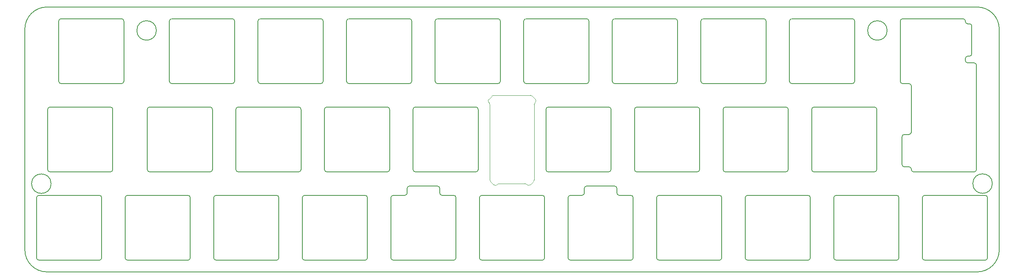
<source format=gbr>
%TF.GenerationSoftware,KiCad,Pcbnew,(7.0.0)*%
%TF.CreationDate,2024-03-02T22:10:46+01:00*%
%TF.ProjectId,kicad_tsuru_plate,6b696361-645f-4747-9375-72755f706c61,rev?*%
%TF.SameCoordinates,Original*%
%TF.FileFunction,Profile,NP*%
%FSLAX46Y46*%
G04 Gerber Fmt 4.6, Leading zero omitted, Abs format (unit mm)*
G04 Created by KiCad (PCBNEW (7.0.0)) date 2024-03-02 22:10:46*
%MOMM*%
%LPD*%
G01*
G04 APERTURE LIST*
%TA.AperFunction,Profile*%
%ADD10C,0.200000*%
%TD*%
%TA.AperFunction,Profile*%
%ADD11C,0.100000*%
%TD*%
G04 APERTURE END LIST*
D10*
X240561807Y-91631243D02*
G75*
G03*
X240561807Y-91631243I-2100000J0D01*
G01*
X217936048Y-58596763D02*
G75*
G03*
X217936048Y-58596763I-2100000J0D01*
G01*
X60773548Y-58591164D02*
G75*
G03*
X60773548Y-58591164I-2100000J0D01*
G01*
X38139856Y-91649977D02*
G75*
G03*
X38139856Y-91649977I-2100000J0D01*
G01*
X63595345Y-69558755D02*
G75*
G03*
X64095434Y-70058755I499955J-45D01*
G01*
X196657934Y-75608755D02*
X196657934Y-88608755D01*
X183157934Y-75108755D02*
X196157934Y-75108755D01*
X54570434Y-94158755D02*
X67570434Y-94158755D01*
X48520434Y-108158734D02*
G75*
G03*
X49020434Y-107658755I66J499934D01*
G01*
X226020434Y-94158734D02*
G75*
G03*
X225520434Y-94658755I-34J-499966D01*
G01*
X78382934Y-75108755D02*
X91382934Y-75108755D01*
D11*
X133310614Y-72583406D02*
X141230782Y-72583406D01*
D10*
X92170345Y-107658755D02*
G75*
G03*
X92670434Y-108158755I499955J-45D01*
G01*
X72832845Y-75608755D02*
G75*
G03*
X72332934Y-75108755I-500045J-45D01*
G01*
X164107934Y-75108755D02*
X177107934Y-75108755D01*
X178395434Y-56058734D02*
G75*
G03*
X177895434Y-56558755I-34J-499966D01*
G01*
X239520345Y-94658755D02*
G75*
G03*
X239020434Y-94158755I-500045J-45D01*
G01*
X177607845Y-75608755D02*
G75*
G03*
X177107934Y-75108755I-500045J-45D01*
G01*
X73620434Y-94158755D02*
X86620434Y-94158755D01*
X67570434Y-108158734D02*
G75*
G03*
X68070434Y-107658755I-34J500034D01*
G01*
X111720434Y-94158734D02*
G75*
G03*
X111220434Y-94658755I-34J-499966D01*
G01*
X202207934Y-89108755D02*
X215207934Y-89108755D01*
X35020345Y-107658755D02*
G75*
G03*
X35520434Y-108158755I500055J55D01*
G01*
X196945345Y-69558755D02*
G75*
G03*
X197445434Y-70058755I499955J-45D01*
G01*
X234757934Y-56558755D02*
X234757934Y-56645755D01*
X201420434Y-94658755D02*
X201420434Y-107658755D01*
X49020434Y-94658755D02*
X49020434Y-107658755D01*
X215707845Y-75608755D02*
G75*
G03*
X215207934Y-75108755I-500045J-45D01*
G01*
X54570434Y-108158755D02*
X67570434Y-108158755D01*
X210945434Y-56558755D02*
X210945434Y-69558755D01*
X187920434Y-94158734D02*
G75*
G03*
X187420434Y-94658755I-34J-499966D01*
G01*
X201707845Y-88608755D02*
G75*
G03*
X202207934Y-89108755I499955J-45D01*
G01*
X168870434Y-94158755D02*
X181870434Y-94158755D01*
X153295434Y-70058734D02*
G75*
G03*
X153795434Y-69558755I-34J500034D01*
G01*
X106170345Y-94658755D02*
G75*
G03*
X105670434Y-94158755I-500045J-45D01*
G01*
X91882845Y-75608755D02*
G75*
G03*
X91382934Y-75108755I-500045J-45D01*
G01*
X237282934Y-110683734D02*
G75*
G03*
X242045434Y-105921255I-134J4762634D01*
G01*
X121245434Y-56058755D02*
X134245434Y-56058755D01*
D11*
X141886764Y-91184563D02*
G75*
G03*
X142033202Y-90831002I-353364J353463D01*
G01*
D10*
X145057934Y-75108755D02*
X158057934Y-75108755D01*
X92170434Y-94658755D02*
X92170434Y-107658755D01*
X64095434Y-56058734D02*
G75*
G03*
X63595434Y-56558755I66J-500066D01*
G01*
X77882845Y-88608755D02*
G75*
G03*
X78382934Y-89108755I499955J-45D01*
G01*
X177895434Y-56558755D02*
X177895434Y-69558755D01*
X53782845Y-56558755D02*
G75*
G03*
X53282934Y-56058755I-499945J55D01*
G01*
X140295434Y-70058755D02*
X153295434Y-70058755D01*
X78382934Y-75108734D02*
G75*
G03*
X77882934Y-75608755I-34J-499966D01*
G01*
X149820434Y-94158734D02*
G75*
G03*
X149320434Y-94658755I-34J-499966D01*
G01*
X140295434Y-56058755D02*
X153295434Y-56058755D01*
X111720434Y-108158755D02*
X124720434Y-108158755D01*
X92670434Y-108158755D02*
X105670434Y-108158755D01*
X96645434Y-56558755D02*
X96645434Y-69558755D01*
X87120345Y-94658755D02*
G75*
G03*
X86620434Y-94158755I-500045J-45D01*
G01*
D11*
X132508194Y-90831002D02*
X132508194Y-74576452D01*
D10*
X153795434Y-56558755D02*
X153795434Y-69558755D01*
X206970434Y-94158755D02*
X219970434Y-94158755D01*
X125220434Y-94658755D02*
X125220434Y-107658755D01*
X222639184Y-88021755D02*
X221639184Y-88021755D01*
X219970434Y-108158734D02*
G75*
G03*
X220470434Y-107658755I-34J500034D01*
G01*
X177607934Y-75608755D02*
X177607934Y-88608755D01*
X111220345Y-107658755D02*
G75*
G03*
X111720434Y-108158755I499955J-45D01*
G01*
X53782934Y-56558755D02*
X53782934Y-69558755D01*
X163320345Y-94658755D02*
G75*
G03*
X162820434Y-94158755I-500045J-45D01*
G01*
X158057934Y-89108734D02*
G75*
G03*
X158557934Y-88608755I-34J500034D01*
G01*
X159820434Y-93658755D02*
X159820434Y-92658755D01*
X130270345Y-107658755D02*
G75*
G03*
X130770434Y-108158755I499955J-45D01*
G01*
X130770626Y-94158755D02*
X143770434Y-94158755D01*
X111220434Y-94658755D02*
X111220434Y-107658755D01*
X221139184Y-81521755D02*
X221139184Y-87521755D01*
X182657934Y-75608755D02*
X182657934Y-88608755D01*
X59332934Y-75108734D02*
G75*
G03*
X58832934Y-75608755I66J-500066D01*
G01*
X134745434Y-56558755D02*
X134745434Y-69558755D01*
X35520434Y-94158755D02*
X48520434Y-94158755D01*
X220470434Y-94658755D02*
X220470434Y-107658755D01*
X64095434Y-56058755D02*
X77095434Y-56058755D01*
X168370434Y-94658755D02*
X168370434Y-107658755D01*
X143770434Y-108158734D02*
G75*
G03*
X144270434Y-107658755I-34J500034D01*
G01*
X110432934Y-89108734D02*
G75*
G03*
X110932934Y-88608755I-34J500034D01*
G01*
X239520434Y-94658755D02*
X239520434Y-107658755D01*
X115982845Y-88608755D02*
G75*
G03*
X116482934Y-89108755I499955J-45D01*
G01*
X101695345Y-69558755D02*
G75*
G03*
X102195434Y-70058755I499955J-45D01*
G01*
X59332934Y-75108755D02*
X72332934Y-75108755D01*
D11*
X142274961Y-73420478D02*
X141584335Y-72729852D01*
D10*
X83145434Y-70058755D02*
X96145434Y-70058755D01*
X236139184Y-57645755D02*
X236139184Y-63645755D01*
X120745434Y-56558755D02*
X120745434Y-69558755D01*
X145057934Y-89108755D02*
X158057934Y-89108755D01*
X226020434Y-108158755D02*
X239020434Y-108158755D01*
X223139145Y-70558755D02*
G75*
G03*
X222639184Y-70058755I-500045J-45D01*
G01*
X116482934Y-75108734D02*
G75*
G03*
X115982934Y-75608755I-34J-499966D01*
G01*
X82645345Y-69558755D02*
G75*
G03*
X83145434Y-70058755I499955J-45D01*
G01*
D11*
X132508212Y-90831002D02*
G75*
G03*
X132654640Y-91184555I500288J102D01*
G01*
D10*
X115982934Y-75608755D02*
X115982934Y-88608755D01*
X96932934Y-75608755D02*
X96932934Y-88608755D01*
X87120434Y-94658755D02*
X87120434Y-107658755D01*
X77595434Y-56558755D02*
X77595434Y-69558755D01*
X63595434Y-56558755D02*
X63595434Y-69558755D01*
X49020345Y-94658755D02*
G75*
G03*
X48520434Y-94158755I-499945J55D01*
G01*
X197445434Y-56058734D02*
G75*
G03*
X196945434Y-56558755I-34J-499966D01*
G01*
X163320434Y-94658755D02*
X163320434Y-107658755D01*
X191395434Y-70058734D02*
G75*
G03*
X191895434Y-69558755I-34J500034D01*
G01*
X200920434Y-108158734D02*
G75*
G03*
X201420434Y-107658755I-34J500034D01*
G01*
X96145434Y-70058734D02*
G75*
G03*
X96645434Y-69558755I-34J500034D01*
G01*
X159345434Y-56058755D02*
X172345434Y-56058755D01*
X158845434Y-56558755D02*
X158845434Y-69558755D01*
X39782934Y-56558755D02*
X39782934Y-69558755D01*
X37401684Y-75608755D02*
X37401684Y-88608755D01*
X223139145Y-88608755D02*
G75*
G03*
X223639184Y-89108755I500055J55D01*
G01*
X51401645Y-75608755D02*
G75*
G03*
X50901684Y-75108755I-500045J-45D01*
G01*
X163607934Y-75608755D02*
X163607934Y-88608755D01*
X32495435Y-105921255D02*
G75*
G03*
X37257934Y-110683755I4762515J15D01*
G01*
X51401684Y-75608755D02*
X51401684Y-88608755D01*
X159345434Y-56058734D02*
G75*
G03*
X158845434Y-56558755I-34J-499966D01*
G01*
X97432934Y-75108734D02*
G75*
G03*
X96932934Y-75608755I-34J-499966D01*
G01*
X162820434Y-108158734D02*
G75*
G03*
X163320434Y-107658755I-34J500034D01*
G01*
X40282934Y-56058734D02*
G75*
G03*
X39782934Y-56558755I66J-500066D01*
G01*
X96645345Y-56558755D02*
G75*
G03*
X96145434Y-56058755I-500045J-45D01*
G01*
X116482934Y-75108755D02*
X129482934Y-75108755D01*
D11*
X142033202Y-74576452D02*
X142033202Y-90831002D01*
D10*
X124720434Y-108158734D02*
G75*
G03*
X125220434Y-107658755I-34J500034D01*
G01*
D11*
X141196130Y-91875181D02*
X141886756Y-91184555D01*
D10*
X158845345Y-69558755D02*
G75*
G03*
X159345434Y-70058755I499955J-45D01*
G01*
X197445434Y-56058755D02*
X210445434Y-56058755D01*
X129982934Y-75608755D02*
X129982934Y-88608755D01*
X149820434Y-108158755D02*
X162820434Y-108158755D01*
X115695434Y-56558755D02*
X115695434Y-69558755D01*
X164107934Y-75108734D02*
G75*
G03*
X163607934Y-75608755I-34J-499966D01*
G01*
X35520434Y-94158734D02*
G75*
G03*
X35020434Y-94658755I66J-500066D01*
G01*
X73620434Y-94158734D02*
G75*
G03*
X73120434Y-94658755I-34J-499966D01*
G01*
X215707934Y-75608755D02*
X215707934Y-88608755D01*
D11*
X140489047Y-91875158D02*
G75*
G03*
X141196130Y-91875181I353553J353158D01*
G01*
D10*
X237139184Y-66083755D02*
X237139184Y-88608755D01*
X35020434Y-94658755D02*
X35020434Y-107658755D01*
X139795345Y-69558755D02*
G75*
G03*
X140295434Y-70058755I499955J-45D01*
G01*
X145057934Y-75108734D02*
G75*
G03*
X144557934Y-75608755I-34J-499966D01*
G01*
X182370345Y-94658755D02*
G75*
G03*
X181870434Y-94158755I-500045J-45D01*
G01*
X102195434Y-56058734D02*
G75*
G03*
X101695434Y-56558755I-34J-499966D01*
G01*
X92670434Y-94158755D02*
X105670434Y-94158755D01*
X223139184Y-88608755D02*
X223139184Y-88521755D01*
X37257934Y-53533754D02*
G75*
G03*
X32495434Y-58296255I-4J-4762496D01*
G01*
X77882934Y-75608755D02*
X77882934Y-88608755D01*
X220757845Y-69558755D02*
G75*
G03*
X221257934Y-70058755I499955J-45D01*
G01*
X101695434Y-56558755D02*
X101695434Y-69558755D01*
X54070434Y-94658755D02*
X54070434Y-107658755D01*
X201707934Y-75608755D02*
X201707934Y-88608755D01*
X159345434Y-70058755D02*
X172345434Y-70058755D01*
X172345434Y-70058734D02*
G75*
G03*
X172845434Y-69558755I-34J500034D01*
G01*
X152320434Y-94158734D02*
G75*
G03*
X152820434Y-93658755I-34J500034D01*
G01*
X196945434Y-56558755D02*
X196945434Y-69558755D01*
X35520434Y-108158755D02*
X48520434Y-108158755D01*
D11*
X140393709Y-91779868D02*
X140489023Y-91875182D01*
D10*
X221639184Y-81021784D02*
G75*
G03*
X221139184Y-81521755I-84J-499916D01*
G01*
X177107934Y-89108734D02*
G75*
G03*
X177607934Y-88608755I-34J500034D01*
G01*
D11*
X134147684Y-91779852D02*
X134052373Y-91875167D01*
D10*
X130770626Y-108158755D02*
X143770434Y-108158755D01*
D11*
X133310614Y-72583385D02*
G75*
G03*
X132957061Y-72729852I-14J-499915D01*
G01*
X132266404Y-73420447D02*
G75*
G03*
X132266435Y-74127584I353396J-353553D01*
G01*
D10*
X37401745Y-88608755D02*
G75*
G03*
X37901684Y-89108755I499955J-45D01*
G01*
X178395434Y-70058755D02*
X191395434Y-70058755D01*
D11*
X142179653Y-74222902D02*
G75*
G03*
X142033202Y-74576452I353647J-353598D01*
G01*
D10*
X83145434Y-56058755D02*
X96145434Y-56058755D01*
D11*
X134501246Y-91633419D02*
G75*
G03*
X134147685Y-91779853I54J-500181D01*
G01*
D10*
X129482934Y-89108734D02*
G75*
G03*
X129982934Y-88608755I-34J500034D01*
G01*
X234757845Y-65083755D02*
G75*
G03*
X235257934Y-65583755I500055J55D01*
G01*
X53282934Y-70058734D02*
G75*
G03*
X53782934Y-69558755I66J499934D01*
G01*
X121720345Y-92658755D02*
G75*
G03*
X121220434Y-92158755I-500045J-45D01*
G01*
X37901684Y-89108755D02*
X50901684Y-89108755D01*
X152820434Y-93658755D02*
X152820434Y-92658755D01*
X40282934Y-70058755D02*
X53282934Y-70058755D01*
X239020434Y-108158734D02*
G75*
G03*
X239520434Y-107658755I-34J500034D01*
G01*
X235639184Y-64145784D02*
G75*
G03*
X236139184Y-63645755I16J499984D01*
G01*
X206470345Y-107658755D02*
G75*
G03*
X206970434Y-108158755I499955J-45D01*
G01*
X172845434Y-56558755D02*
X172845434Y-69558755D01*
X236639184Y-89108784D02*
G75*
G03*
X237139184Y-88608755I16J499984D01*
G01*
X37901684Y-75108755D02*
X50901684Y-75108755D01*
X182370434Y-94658755D02*
X182370434Y-107658755D01*
X236139145Y-57645755D02*
G75*
G03*
X235639184Y-57145755I-499945J55D01*
G01*
X237139145Y-66083755D02*
G75*
G03*
X236639184Y-65583755I-499945J55D01*
G01*
D11*
X141584331Y-72729856D02*
G75*
G03*
X141230782Y-72583406I-353431J-353244D01*
G01*
D10*
X114220434Y-94158734D02*
G75*
G03*
X114720434Y-93658755I-34J500034D01*
G01*
X105670434Y-108158734D02*
G75*
G03*
X106170434Y-107658755I-34J500034D01*
G01*
X50901684Y-89108784D02*
G75*
G03*
X51401684Y-88608755I16J499984D01*
G01*
X32495434Y-105921255D02*
X32495434Y-58296255D01*
X120745345Y-69558755D02*
G75*
G03*
X121245434Y-70058755I499955J-45D01*
G01*
X235639184Y-64145755D02*
X235257934Y-64145755D01*
D11*
X132361747Y-74222898D02*
X132266434Y-74127585D01*
D10*
X178395434Y-56058755D02*
X191395434Y-56058755D01*
X168870434Y-94158734D02*
G75*
G03*
X168370434Y-94658755I-34J-499966D01*
G01*
X115220434Y-92158734D02*
G75*
G03*
X114720434Y-92658755I-34J-499966D01*
G01*
X222639184Y-81021784D02*
G75*
G03*
X223139184Y-80521755I-84J500084D01*
G01*
X210945345Y-56558755D02*
G75*
G03*
X210445434Y-56058755I-500045J-45D01*
G01*
X225520345Y-107658755D02*
G75*
G03*
X226020434Y-108158755I499955J-45D01*
G01*
X134745345Y-56558755D02*
G75*
G03*
X134245434Y-56058755I-500045J-45D01*
G01*
X129982845Y-75608755D02*
G75*
G03*
X129482934Y-75108755I-500045J-45D01*
G01*
X222639184Y-81021755D02*
X221639184Y-81021755D01*
X234757845Y-56645755D02*
G75*
G03*
X235257934Y-57145755I500055J55D01*
G01*
X110932934Y-75608755D02*
X110932934Y-88608755D01*
X172845345Y-56558755D02*
G75*
G03*
X172345434Y-56058755I-500045J-45D01*
G01*
X158557934Y-75608755D02*
X158557934Y-88608755D01*
X72832934Y-75608755D02*
X72832934Y-88608755D01*
X77595345Y-56558755D02*
G75*
G03*
X77095434Y-56058755I-500045J-45D01*
G01*
X181870434Y-108158734D02*
G75*
G03*
X182370434Y-107658755I-34J500034D01*
G01*
X73120434Y-94658755D02*
X73120434Y-107658755D01*
X130270434Y-94658755D02*
X130270434Y-107658755D01*
X215207934Y-89108734D02*
G75*
G03*
X215707934Y-88608755I-34J500034D01*
G01*
X149820434Y-94158755D02*
X152320434Y-94158755D01*
X201420345Y-94658755D02*
G75*
G03*
X200920434Y-94158755I-500045J-45D01*
G01*
X168370345Y-107658755D02*
G75*
G03*
X168870434Y-108158755I499955J-45D01*
G01*
X210445434Y-70058734D02*
G75*
G03*
X210945434Y-69558755I-34J500034D01*
G01*
X235639184Y-57145755D02*
X235257934Y-57145755D01*
X226020434Y-94158755D02*
X239020434Y-94158755D01*
X206970434Y-108158755D02*
X219970434Y-108158755D01*
X102195434Y-56058755D02*
X115195434Y-56058755D01*
X37257934Y-110683755D02*
X237282934Y-110683755D01*
X159820345Y-92658755D02*
G75*
G03*
X159320434Y-92158755I-500045J-45D01*
G01*
X206970434Y-94158734D02*
G75*
G03*
X206470434Y-94658755I-34J-499966D01*
G01*
X58832845Y-88608755D02*
G75*
G03*
X59332934Y-89108755I500055J55D01*
G01*
X68070434Y-94658755D02*
X68070434Y-107658755D01*
X110932845Y-75608755D02*
G75*
G03*
X110432934Y-75108755I-500045J-45D01*
G01*
X64095434Y-70058755D02*
X77095434Y-70058755D01*
X187920434Y-108158755D02*
X200920434Y-108158755D01*
X68070345Y-94658755D02*
G75*
G03*
X67570434Y-94158755I-500045J-45D01*
G01*
X121245434Y-56058734D02*
G75*
G03*
X120745434Y-56558755I-34J-499966D01*
G01*
X221257934Y-56058755D02*
X234257934Y-56058755D01*
X121245434Y-70058755D02*
X134245434Y-70058755D01*
X220470345Y-94658755D02*
G75*
G03*
X219970434Y-94158755I-500045J-45D01*
G01*
X106170434Y-94658755D02*
X106170434Y-107658755D01*
D11*
X140040157Y-91633421D02*
X134501246Y-91633399D01*
D10*
X202207934Y-75108734D02*
G75*
G03*
X201707934Y-75608755I-34J-499966D01*
G01*
X196657845Y-75608755D02*
G75*
G03*
X196157934Y-75108755I-500045J-45D01*
G01*
X183157934Y-89108755D02*
X196157934Y-89108755D01*
D11*
X133345247Y-91875186D02*
G75*
G03*
X134052373Y-91875167I353553J353586D01*
G01*
D10*
X158557845Y-75608755D02*
G75*
G03*
X158057934Y-75108755I-500045J-45D01*
G01*
X197445434Y-70058755D02*
X210445434Y-70058755D01*
X160320434Y-94158755D02*
X162820434Y-94158755D01*
X59332934Y-89108755D02*
X72332934Y-89108755D01*
X77095434Y-70058734D02*
G75*
G03*
X77595434Y-69558755I-34J500034D01*
G01*
X223139184Y-70558755D02*
X223139184Y-80521755D01*
X111720434Y-94158755D02*
X114220434Y-94158755D01*
X144557934Y-75608755D02*
X144557934Y-88608755D01*
X39782845Y-69558755D02*
G75*
G03*
X40282934Y-70058755I500055J55D01*
G01*
X187420434Y-94658755D02*
X187420434Y-107658755D01*
X91382934Y-89108734D02*
G75*
G03*
X91882934Y-88608755I-34J500034D01*
G01*
D11*
X140393718Y-91779859D02*
G75*
G03*
X140040157Y-91633421I-353618J-353741D01*
G01*
D10*
X202207934Y-75108755D02*
X215207934Y-75108755D01*
X121720345Y-93658755D02*
G75*
G03*
X122220434Y-94158755I500055J55D01*
G01*
X130770434Y-94158734D02*
G75*
G03*
X130270434Y-94658755I-34J-499966D01*
G01*
X102195434Y-70058755D02*
X115195434Y-70058755D01*
X196157934Y-89108734D02*
G75*
G03*
X196657934Y-88608755I-34J500034D01*
G01*
X183157934Y-75108734D02*
G75*
G03*
X182657934Y-75608755I-34J-499966D01*
G01*
X54070345Y-107658755D02*
G75*
G03*
X54570434Y-108158755I500055J55D01*
G01*
X221139145Y-87521755D02*
G75*
G03*
X221639184Y-88021755I500055J55D01*
G01*
X73620434Y-108158755D02*
X86620434Y-108158755D01*
X182657845Y-88608755D02*
G75*
G03*
X183157934Y-89108755I499955J-45D01*
G01*
X40282934Y-56058755D02*
X53282934Y-56058755D01*
X164107934Y-89108755D02*
X177107934Y-89108755D01*
X223139145Y-88521755D02*
G75*
G03*
X222639184Y-88021755I-500045J-45D01*
G01*
X116482934Y-89108755D02*
X129482934Y-89108755D01*
X86620434Y-108158734D02*
G75*
G03*
X87120434Y-107658755I-34J500034D01*
G01*
X73120345Y-107658755D02*
G75*
G03*
X73620434Y-108158755I499955J-45D01*
G01*
X235257934Y-64145734D02*
G75*
G03*
X234757934Y-64645755I-134J-499866D01*
G01*
X221257934Y-56058734D02*
G75*
G03*
X220757934Y-56558755I-34J-499966D01*
G01*
X82645434Y-56558755D02*
X82645434Y-69558755D01*
D11*
X132508229Y-74576452D02*
G75*
G03*
X132361746Y-74222899I-500029J-48D01*
G01*
D10*
X114720434Y-93658755D02*
X114720434Y-92658755D01*
X134245434Y-70058734D02*
G75*
G03*
X134745434Y-69558755I-34J500034D01*
G01*
X97432934Y-75108755D02*
X110432934Y-75108755D01*
X140295434Y-56058734D02*
G75*
G03*
X139795434Y-56558755I-34J-499966D01*
G01*
X37901684Y-75108784D02*
G75*
G03*
X37401684Y-75608755I-84J-499916D01*
G01*
X115695345Y-56558755D02*
G75*
G03*
X115195434Y-56058755I-500045J-45D01*
G01*
X153320434Y-92158734D02*
G75*
G03*
X152820434Y-92658755I-34J-499966D01*
G01*
X153795345Y-56558755D02*
G75*
G03*
X153295434Y-56058755I-500045J-45D01*
G01*
X122220434Y-94158755D02*
X124720434Y-94158755D01*
X121720434Y-93658755D02*
X121720434Y-92658755D01*
D11*
X132266435Y-73420478D02*
X132957061Y-72729852D01*
D10*
X144270345Y-94658755D02*
G75*
G03*
X143770434Y-94158755I-500045J-45D01*
G01*
X83145434Y-56058734D02*
G75*
G03*
X82645434Y-56558755I-34J-499966D01*
G01*
X91882934Y-75608755D02*
X91882934Y-88608755D01*
X223639184Y-89108755D02*
X236639184Y-89108755D01*
X187420345Y-107658755D02*
G75*
G03*
X187920434Y-108158755I499955J-45D01*
G01*
X220757934Y-56558755D02*
X220757934Y-69558755D01*
X72332934Y-89108734D02*
G75*
G03*
X72832934Y-88608755I-34J500034D01*
G01*
X159820345Y-93658755D02*
G75*
G03*
X160320434Y-94158755I500055J55D01*
G01*
D11*
X142179649Y-74222898D02*
X142274962Y-74127585D01*
D10*
X221257934Y-70058755D02*
X222639184Y-70058755D01*
X234757934Y-64645755D02*
X234757934Y-65083755D01*
X144557845Y-88608755D02*
G75*
G03*
X145057934Y-89108755I499955J-45D01*
G01*
X144270434Y-94658755D02*
X144270434Y-107658755D01*
X236639184Y-65583755D02*
X235257934Y-65583755D01*
X242045434Y-105921255D02*
X242045434Y-58296255D01*
X78382934Y-89108755D02*
X91382934Y-89108755D01*
X191895345Y-56558755D02*
G75*
G03*
X191395434Y-56058755I-500045J-45D01*
G01*
X149320434Y-94658755D02*
X149320434Y-107658755D01*
X97432934Y-89108755D02*
X110432934Y-89108755D01*
X149320345Y-107658755D02*
G75*
G03*
X149820434Y-108158755I499955J-45D01*
G01*
X115195434Y-70058734D02*
G75*
G03*
X115695434Y-69558755I-34J500034D01*
G01*
X139795434Y-56558755D02*
X139795434Y-69558755D01*
X187920434Y-94158755D02*
X200920434Y-94158755D01*
D11*
X142274929Y-74127552D02*
G75*
G03*
X142274960Y-73420479I-353629J353552D01*
G01*
D10*
X37257934Y-53533755D02*
X237282934Y-53533755D01*
X242045345Y-58296255D02*
G75*
G03*
X237282934Y-53533755I-4762445J55D01*
G01*
X225520434Y-94658755D02*
X225520434Y-107658755D01*
X96932845Y-88608755D02*
G75*
G03*
X97432934Y-89108755I499955J-45D01*
G01*
D11*
X133345259Y-91875174D02*
X132654640Y-91184555D01*
D10*
X121220434Y-92158755D02*
X115220434Y-92158755D01*
X168870434Y-108158755D02*
X181870434Y-108158755D01*
X58832934Y-75608755D02*
X58832934Y-88608755D01*
X163607845Y-88608755D02*
G75*
G03*
X164107934Y-89108755I499955J-45D01*
G01*
X206470434Y-94658755D02*
X206470434Y-107658755D01*
X92670434Y-94158734D02*
G75*
G03*
X92170434Y-94658755I-34J-499966D01*
G01*
X125220345Y-94658755D02*
G75*
G03*
X124720434Y-94158755I-500045J-45D01*
G01*
X54570434Y-94158734D02*
G75*
G03*
X54070434Y-94658755I66J-500066D01*
G01*
X159320434Y-92158755D02*
X153320434Y-92158755D01*
X177895345Y-69558755D02*
G75*
G03*
X178395434Y-70058755I499955J-45D01*
G01*
X234757845Y-56558755D02*
G75*
G03*
X234257934Y-56058755I-500045J-45D01*
G01*
X191895434Y-56558755D02*
X191895434Y-69558755D01*
M02*

</source>
